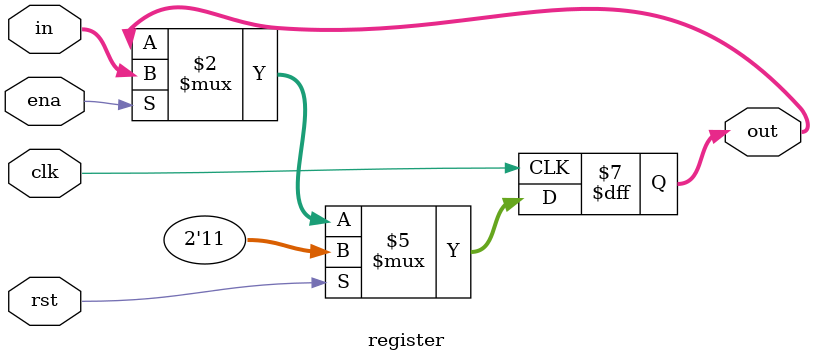
<source format=v>
`timescale 1ns / 1ps
`default_nettype none //helps catch typo-related bugs
module register(clk, ena, rst, in, out);

	//parameter definitions
	parameter SIZE = 2;

	//port definitions - customize for different bit widths
	input wire clk, ena, rst;
	// Let input / output = 00 if 0, 01 if 1, 11 OR 10 if blank (B) (i.e. leading 1 = blank)
	input wire [SIZE - 1:0] in;
	output reg [SIZE - 1:0] out;
	
	//module body
	always @(posedge clk) begin
		if (rst) begin
			out <= 2'b11;
		end
		else if (ena) begin
			out <= in;
		end
	end

endmodule
`default_nettype wire //some Xilinx IP requires that the default_nettype be set to wire

</source>
